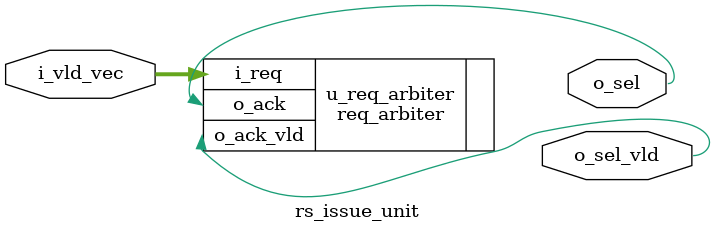
<source format=v>
`default_nettype none
`include "constants.vh"

module rs_issue_unit #(
    parameter RS_ENT_NUM = 2,
    parameter RS_ENT_SEL = 1
)(
    input  wire [RS_ENT_NUM-1:0] i_vld_vec,
    output wire                  o_sel_vld,
    output wire [RS_ENT_SEL-1:0] o_sel
);

    req_arbiter #(
        .REQ_NUM(RS_ENT_NUM),
        .ACK_SEL(RS_ENT_SEL)
    ) u_req_arbiter (
        .i_req(i_vld_vec),
        .o_ack_vld(o_sel_vld),
        .o_ack(o_sel)
    );

endmodule

`default_nettype wire

</source>
